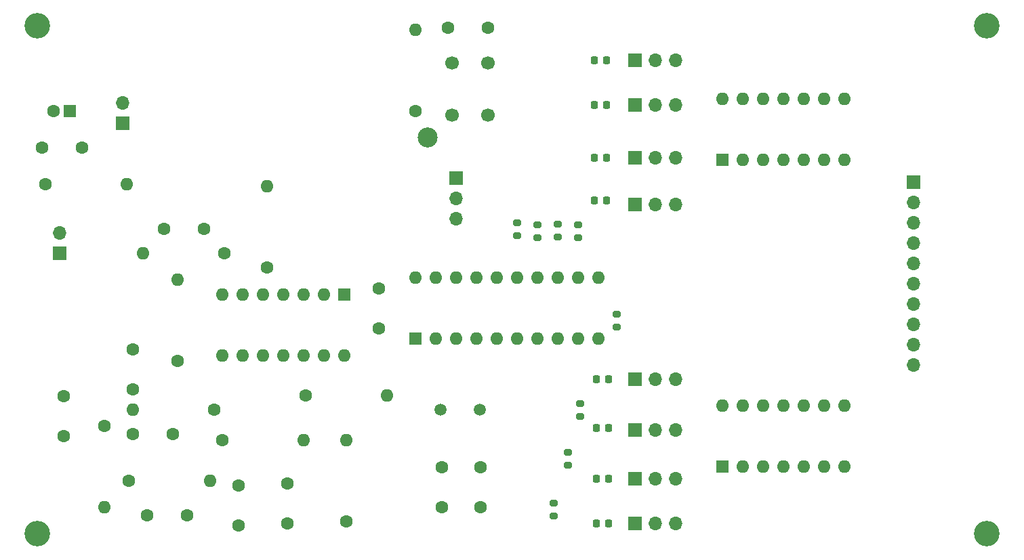
<source format=gbr>
%TF.GenerationSoftware,KiCad,Pcbnew,(6.0.0)*%
%TF.CreationDate,2022-01-24T17:50:55-05:00*%
%TF.ProjectId,VCP200 better,56435032-3030-4206-9265-747465722e6b,rev?*%
%TF.SameCoordinates,Original*%
%TF.FileFunction,Soldermask,Top*%
%TF.FilePolarity,Negative*%
%FSLAX46Y46*%
G04 Gerber Fmt 4.6, Leading zero omitted, Abs format (unit mm)*
G04 Created by KiCad (PCBNEW (6.0.0)) date 2022-01-24 17:50:55*
%MOMM*%
%LPD*%
G01*
G04 APERTURE LIST*
G04 Aperture macros list*
%AMRoundRect*
0 Rectangle with rounded corners*
0 $1 Rounding radius*
0 $2 $3 $4 $5 $6 $7 $8 $9 X,Y pos of 4 corners*
0 Add a 4 corners polygon primitive as box body*
4,1,4,$2,$3,$4,$5,$6,$7,$8,$9,$2,$3,0*
0 Add four circle primitives for the rounded corners*
1,1,$1+$1,$2,$3*
1,1,$1+$1,$4,$5*
1,1,$1+$1,$6,$7*
1,1,$1+$1,$8,$9*
0 Add four rect primitives between the rounded corners*
20,1,$1+$1,$2,$3,$4,$5,0*
20,1,$1+$1,$4,$5,$6,$7,0*
20,1,$1+$1,$6,$7,$8,$9,0*
20,1,$1+$1,$8,$9,$2,$3,0*%
G04 Aperture macros list end*
%ADD10C,1.600000*%
%ADD11R,1.700000X1.700000*%
%ADD12O,1.700000X1.700000*%
%ADD13RoundRect,0.218750X-0.218750X-0.256250X0.218750X-0.256250X0.218750X0.256250X-0.218750X0.256250X0*%
%ADD14C,3.200000*%
%ADD15RoundRect,0.200000X0.275000X-0.200000X0.275000X0.200000X-0.275000X0.200000X-0.275000X-0.200000X0*%
%ADD16C,2.500000*%
%ADD17O,1.600000X1.600000*%
%ADD18C,1.700000*%
%ADD19R,1.600000X1.600000*%
%ADD20RoundRect,0.200000X-0.275000X0.200000X-0.275000X-0.200000X0.275000X-0.200000X0.275000X0.200000X0*%
%ADD21C,1.500000*%
G04 APERTURE END LIST*
D10*
%TO.C,C1*%
X118359000Y-107228000D03*
X118359000Y-112228000D03*
%TD*%
%TO.C,C5*%
X135885000Y-86360000D03*
X130885000Y-86360000D03*
%TD*%
D11*
%TO.C,J1*%
X125725000Y-73157000D03*
D12*
X125725000Y-70617000D03*
%TD*%
D13*
%TO.C,LED7*%
X184886500Y-117602000D03*
X186461500Y-117602000D03*
%TD*%
D11*
%TO.C,MIC1*%
X117851000Y-89413000D03*
D12*
X117851000Y-86873000D03*
%TD*%
D13*
%TO.C,LED6*%
X184886500Y-111252000D03*
X186461500Y-111252000D03*
%TD*%
D14*
%TO.C,H1*%
X233680000Y-60960000D03*
%TD*%
D10*
%TO.C,C6*%
X140203000Y-123404000D03*
X140203000Y-118404000D03*
%TD*%
%TO.C,C3*%
X132035000Y-112014000D03*
X127035000Y-112014000D03*
%TD*%
%TO.C,C13*%
X166410000Y-61214000D03*
X171410000Y-61214000D03*
%TD*%
D15*
%TO.C,R12*%
X175006000Y-87185000D03*
X175006000Y-85535000D03*
%TD*%
D16*
%TO.C,/RESET*%
X163830000Y-74930000D03*
%TD*%
D14*
%TO.C,H2*%
X233680000Y-124460000D03*
%TD*%
D10*
%TO.C,R6*%
X132583000Y-102870000D03*
D17*
X132583000Y-92710000D03*
%TD*%
D18*
%TO.C,SW1*%
X166914000Y-72084000D03*
X166914000Y-65584000D03*
X171414000Y-72084000D03*
X171414000Y-65584000D03*
%TD*%
D15*
%TO.C,R14*%
X180086000Y-87376000D03*
X180086000Y-85726000D03*
%TD*%
D10*
%TO.C,R1*%
X116073000Y-80772000D03*
D17*
X126233000Y-80772000D03*
%TD*%
D19*
%TO.C,IC4*%
X200655000Y-116068000D03*
D17*
X203195000Y-116068000D03*
X205735000Y-116068000D03*
X208275000Y-116068000D03*
X210815000Y-116068000D03*
X213355000Y-116068000D03*
X215895000Y-116068000D03*
X215895000Y-108448000D03*
X213355000Y-108448000D03*
X210815000Y-108448000D03*
X208275000Y-108448000D03*
X205735000Y-108448000D03*
X203195000Y-108448000D03*
X200655000Y-108448000D03*
%TD*%
D10*
%TO.C,C10*%
X170434000Y-121118000D03*
X170434000Y-116118000D03*
%TD*%
%TO.C,R5*%
X143759000Y-91186000D03*
D17*
X143759000Y-81026000D03*
%TD*%
D11*
%TO.C,JU1*%
X167386000Y-80010000D03*
D12*
X167386000Y-82550000D03*
X167386000Y-85090000D03*
%TD*%
D13*
%TO.C,LED8*%
X184886500Y-123190000D03*
X186461500Y-123190000D03*
%TD*%
D20*
%TO.C,R17*%
X182880000Y-108141000D03*
X182880000Y-109791000D03*
%TD*%
D10*
%TO.C,R10*%
X148585000Y-107188000D03*
D17*
X158745000Y-107188000D03*
%TD*%
D10*
%TO.C,R3*%
X126487000Y-117856000D03*
D17*
X136647000Y-117856000D03*
%TD*%
D11*
%TO.C,J2*%
X224536000Y-80518000D03*
D12*
X224536000Y-83058000D03*
X224536000Y-85598000D03*
X224536000Y-88138000D03*
X224536000Y-90678000D03*
X224536000Y-93218000D03*
X224536000Y-95758000D03*
X224536000Y-98298000D03*
X224536000Y-100838000D03*
X224536000Y-103378000D03*
%TD*%
D19*
%TO.C,IC5*%
X200655000Y-77714000D03*
D17*
X203195000Y-77714000D03*
X205735000Y-77714000D03*
X208275000Y-77714000D03*
X210815000Y-77714000D03*
X213355000Y-77714000D03*
X215895000Y-77714000D03*
X215895000Y-70094000D03*
X213355000Y-70094000D03*
X210815000Y-70094000D03*
X208275000Y-70094000D03*
X205735000Y-70094000D03*
X203195000Y-70094000D03*
X200655000Y-70094000D03*
%TD*%
D13*
%TO.C,LED5*%
X184886500Y-105156000D03*
X186461500Y-105156000D03*
%TD*%
D14*
%TO.C,H3*%
X115062000Y-60960000D03*
%TD*%
D11*
%TO.C,JU7*%
X189753000Y-83312000D03*
D12*
X192293000Y-83312000D03*
X194833000Y-83312000D03*
%TD*%
D14*
%TO.C,H4*%
X115062000Y-124460000D03*
%TD*%
D13*
%TO.C,LED3*%
X184632500Y-77470000D03*
X186207500Y-77470000D03*
%TD*%
D15*
%TO.C,R15*%
X182626000Y-87439000D03*
X182626000Y-85789000D03*
%TD*%
D21*
%TO.C,XTAL1*%
X170344000Y-108966000D03*
X165464000Y-108966000D03*
%TD*%
D11*
%TO.C,JU4*%
X189768000Y-117602000D03*
D12*
X192308000Y-117602000D03*
X194848000Y-117602000D03*
%TD*%
D13*
%TO.C,LED4*%
X184632500Y-82804000D03*
X186207500Y-82804000D03*
%TD*%
%TO.C,LED1*%
X184632500Y-65278000D03*
X186207500Y-65278000D03*
%TD*%
D19*
%TO.C,C11*%
X119121000Y-71628000D03*
D10*
X117121000Y-71628000D03*
%TD*%
D20*
%TO.C,R16*%
X187452000Y-96965000D03*
X187452000Y-98615000D03*
%TD*%
D11*
%TO.C,JU6*%
X189738000Y-105156000D03*
D12*
X192278000Y-105156000D03*
X194818000Y-105156000D03*
%TD*%
D11*
%TO.C,JU8*%
X189753000Y-77470000D03*
D12*
X192293000Y-77470000D03*
X194833000Y-77470000D03*
%TD*%
D10*
%TO.C,R7*%
X138425000Y-89408000D03*
D17*
X128265000Y-89408000D03*
%TD*%
D15*
%TO.C,R13*%
X177546000Y-87439000D03*
X177546000Y-85789000D03*
%TD*%
D19*
%TO.C,IC3*%
X162306000Y-100076000D03*
D17*
X164846000Y-100076000D03*
X167386000Y-100076000D03*
X169926000Y-100076000D03*
X172466000Y-100076000D03*
X175006000Y-100076000D03*
X177546000Y-100076000D03*
X180086000Y-100076000D03*
X182626000Y-100076000D03*
X185166000Y-100076000D03*
X185166000Y-92456000D03*
X182626000Y-92456000D03*
X180086000Y-92456000D03*
X177546000Y-92456000D03*
X175006000Y-92456000D03*
X172466000Y-92456000D03*
X169926000Y-92456000D03*
X167386000Y-92456000D03*
X164846000Y-92456000D03*
X162306000Y-92456000D03*
%TD*%
D11*
%TO.C,JU9*%
X189753000Y-70866000D03*
D12*
X192293000Y-70866000D03*
X194833000Y-70866000D03*
%TD*%
D10*
%TO.C,C12*%
X115665887Y-76200000D03*
X120665887Y-76200000D03*
%TD*%
D19*
%TO.C,IC1*%
X153416000Y-94498000D03*
D17*
X150876000Y-94498000D03*
X148336000Y-94498000D03*
X145796000Y-94498000D03*
X143256000Y-94498000D03*
X140716000Y-94498000D03*
X138176000Y-94498000D03*
X138176000Y-102118000D03*
X140716000Y-102118000D03*
X143256000Y-102118000D03*
X145796000Y-102118000D03*
X148336000Y-102118000D03*
X150876000Y-102118000D03*
X153416000Y-102118000D03*
%TD*%
D13*
%TO.C,LED2*%
X184632500Y-70866000D03*
X186207500Y-70866000D03*
%TD*%
D20*
%TO.C,R19*%
X179578000Y-120587000D03*
X179578000Y-122237000D03*
%TD*%
D11*
%TO.C,JU3*%
X189768000Y-123190000D03*
D12*
X192308000Y-123190000D03*
X194848000Y-123190000D03*
%TD*%
D10*
%TO.C,R11*%
X162306000Y-71628000D03*
D17*
X162306000Y-61468000D03*
%TD*%
D10*
%TO.C,R4*%
X137155000Y-108966000D03*
D17*
X126995000Y-108966000D03*
%TD*%
D10*
%TO.C,C7*%
X146299000Y-123150000D03*
X146299000Y-118150000D03*
%TD*%
D11*
%TO.C,JU5*%
X189753000Y-111506000D03*
D12*
X192293000Y-111506000D03*
X194833000Y-111506000D03*
%TD*%
D11*
%TO.C,JU10*%
X189753000Y-65278000D03*
D12*
X192293000Y-65278000D03*
X194833000Y-65278000D03*
%TD*%
D10*
%TO.C,R8*%
X138171000Y-112776000D03*
D17*
X148331000Y-112776000D03*
%TD*%
D10*
%TO.C,R9*%
X153665000Y-122936000D03*
D17*
X153665000Y-112776000D03*
%TD*%
D10*
%TO.C,C9*%
X165608000Y-121118000D03*
X165608000Y-116118000D03*
%TD*%
%TO.C,C4*%
X126995000Y-106386000D03*
X126995000Y-101386000D03*
%TD*%
%TO.C,C2*%
X128813000Y-122174000D03*
X133813000Y-122174000D03*
%TD*%
D20*
%TO.C,R18*%
X181356000Y-114237000D03*
X181356000Y-115887000D03*
%TD*%
D10*
%TO.C,R2*%
X123439000Y-110998000D03*
D17*
X123439000Y-121158000D03*
%TD*%
D10*
%TO.C,C8*%
X157734000Y-98766000D03*
X157734000Y-93766000D03*
%TD*%
M02*

</source>
